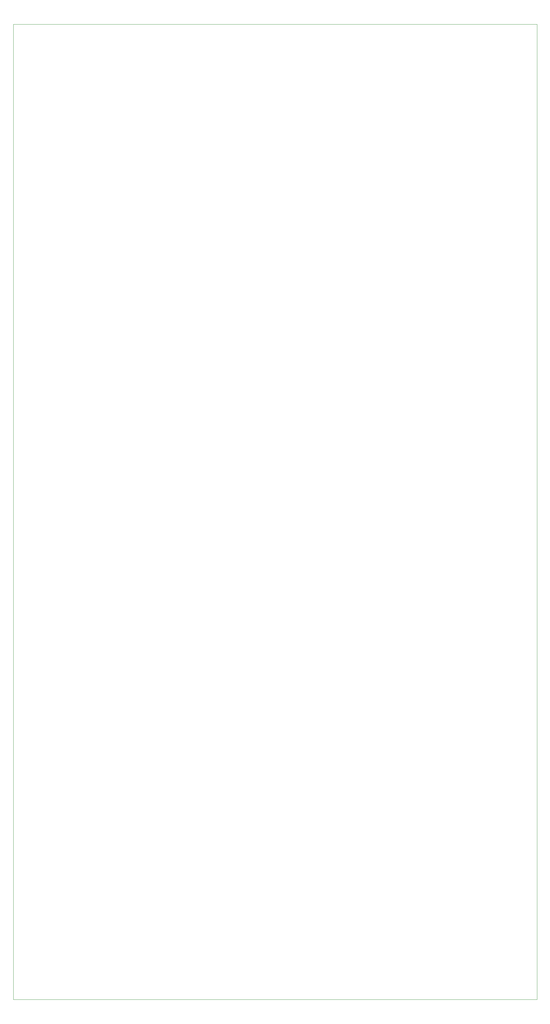
<source format=gbr>
G04 #@! TF.GenerationSoftware,KiCad,Pcbnew,(5.1.5)-3*
G04 #@! TF.CreationDate,2020-04-13T14:59:29+02:00*
G04 #@! TF.ProjectId,Tubeforming_sp,54756265-666f-4726-9d69-6e675f73702e,rev?*
G04 #@! TF.SameCoordinates,Original*
G04 #@! TF.FileFunction,Profile,NP*
%FSLAX46Y46*%
G04 Gerber Fmt 4.6, Leading zero omitted, Abs format (unit mm)*
G04 Created by KiCad (PCBNEW (5.1.5)-3) date 2020-04-13 14:59:29*
%MOMM*%
%LPD*%
G04 APERTURE LIST*
%ADD10C,0.050000*%
G04 APERTURE END LIST*
D10*
X240030000Y-283718000D02*
X240030000Y-284734000D01*
X93472000Y-284734000D02*
X93472000Y-283464000D01*
X240030000Y-284734000D02*
X93472000Y-284734000D01*
X240030000Y-12446000D02*
X240030000Y-12192000D01*
X93472000Y-12192000D02*
X240030000Y-12192000D01*
X93472000Y-283464000D02*
X93472000Y-12192000D01*
X240030000Y-12446000D02*
X240030000Y-283718000D01*
M02*

</source>
